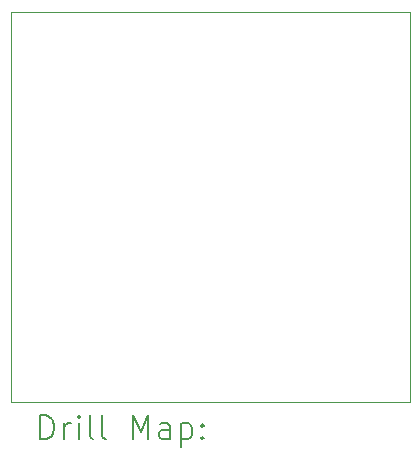
<source format=gbr>
%TF.GenerationSoftware,KiCad,Pcbnew,(6.0.7)*%
%TF.CreationDate,2022-09-06T06:54:47-05:00*%
%TF.ProjectId,OpenMuscle2,4f70656e-4d75-4736-936c-65322e6b6963,rev?*%
%TF.SameCoordinates,Original*%
%TF.FileFunction,Drillmap*%
%TF.FilePolarity,Positive*%
%FSLAX45Y45*%
G04 Gerber Fmt 4.5, Leading zero omitted, Abs format (unit mm)*
G04 Created by KiCad (PCBNEW (6.0.7)) date 2022-09-06 06:54:47*
%MOMM*%
%LPD*%
G01*
G04 APERTURE LIST*
%ADD10C,0.100000*%
%ADD11C,0.200000*%
G04 APERTURE END LIST*
D10*
X20675600Y-10541000D02*
X17297400Y-10541000D01*
X17297400Y-7239000D01*
X20675600Y-7239000D01*
X20675600Y-10541000D01*
D11*
X17550019Y-10856476D02*
X17550019Y-10656476D01*
X17597638Y-10656476D01*
X17626210Y-10666000D01*
X17645257Y-10685048D01*
X17654781Y-10704095D01*
X17664305Y-10742190D01*
X17664305Y-10770762D01*
X17654781Y-10808857D01*
X17645257Y-10827905D01*
X17626210Y-10846952D01*
X17597638Y-10856476D01*
X17550019Y-10856476D01*
X17750019Y-10856476D02*
X17750019Y-10723143D01*
X17750019Y-10761238D02*
X17759543Y-10742190D01*
X17769067Y-10732667D01*
X17788114Y-10723143D01*
X17807162Y-10723143D01*
X17873829Y-10856476D02*
X17873829Y-10723143D01*
X17873829Y-10656476D02*
X17864305Y-10666000D01*
X17873829Y-10675524D01*
X17883352Y-10666000D01*
X17873829Y-10656476D01*
X17873829Y-10675524D01*
X17997638Y-10856476D02*
X17978590Y-10846952D01*
X17969067Y-10827905D01*
X17969067Y-10656476D01*
X18102400Y-10856476D02*
X18083352Y-10846952D01*
X18073829Y-10827905D01*
X18073829Y-10656476D01*
X18330971Y-10856476D02*
X18330971Y-10656476D01*
X18397638Y-10799333D01*
X18464305Y-10656476D01*
X18464305Y-10856476D01*
X18645257Y-10856476D02*
X18645257Y-10751714D01*
X18635733Y-10732667D01*
X18616686Y-10723143D01*
X18578590Y-10723143D01*
X18559543Y-10732667D01*
X18645257Y-10846952D02*
X18626210Y-10856476D01*
X18578590Y-10856476D01*
X18559543Y-10846952D01*
X18550019Y-10827905D01*
X18550019Y-10808857D01*
X18559543Y-10789810D01*
X18578590Y-10780286D01*
X18626210Y-10780286D01*
X18645257Y-10770762D01*
X18740495Y-10723143D02*
X18740495Y-10923143D01*
X18740495Y-10732667D02*
X18759543Y-10723143D01*
X18797638Y-10723143D01*
X18816686Y-10732667D01*
X18826210Y-10742190D01*
X18835733Y-10761238D01*
X18835733Y-10818381D01*
X18826210Y-10837429D01*
X18816686Y-10846952D01*
X18797638Y-10856476D01*
X18759543Y-10856476D01*
X18740495Y-10846952D01*
X18921448Y-10837429D02*
X18930971Y-10846952D01*
X18921448Y-10856476D01*
X18911924Y-10846952D01*
X18921448Y-10837429D01*
X18921448Y-10856476D01*
X18921448Y-10732667D02*
X18930971Y-10742190D01*
X18921448Y-10751714D01*
X18911924Y-10742190D01*
X18921448Y-10732667D01*
X18921448Y-10751714D01*
M02*

</source>
